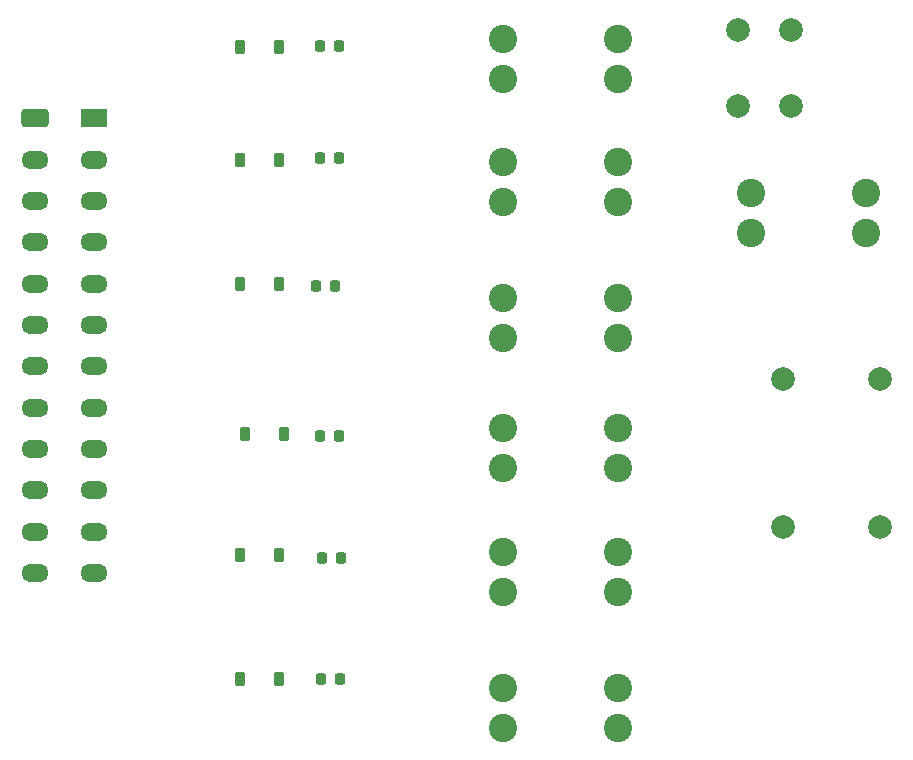
<source format=gbr>
%TF.GenerationSoftware,KiCad,Pcbnew,9.0.5*%
%TF.CreationDate,2026-02-20T11:52:18+01:00*%
%TF.ProjectId,Pekaway_rework,50656b61-7761-4795-9f72-65776f726b2e,rev?*%
%TF.SameCoordinates,Original*%
%TF.FileFunction,Soldermask,Top*%
%TF.FilePolarity,Negative*%
%FSLAX46Y46*%
G04 Gerber Fmt 4.6, Leading zero omitted, Abs format (unit mm)*
G04 Created by KiCad (PCBNEW 9.0.5) date 2026-02-20 11:52:18*
%MOMM*%
%LPD*%
G01*
G04 APERTURE LIST*
G04 Aperture macros list*
%AMRoundRect*
0 Rectangle with rounded corners*
0 $1 Rounding radius*
0 $2 $3 $4 $5 $6 $7 $8 $9 X,Y pos of 4 corners*
0 Add a 4 corners polygon primitive as box body*
4,1,4,$2,$3,$4,$5,$6,$7,$8,$9,$2,$3,0*
0 Add four circle primitives for the rounded corners*
1,1,$1+$1,$2,$3*
1,1,$1+$1,$4,$5*
1,1,$1+$1,$6,$7*
1,1,$1+$1,$8,$9*
0 Add four rect primitives between the rounded corners*
20,1,$1+$1,$2,$3,$4,$5,0*
20,1,$1+$1,$4,$5,$6,$7,0*
20,1,$1+$1,$6,$7,$8,$9,0*
20,1,$1+$1,$8,$9,$2,$3,0*%
G04 Aperture macros list end*
%ADD10C,2.000000*%
%ADD11RoundRect,0.225000X-0.225000X-0.375000X0.225000X-0.375000X0.225000X0.375000X-0.225000X0.375000X0*%
%ADD12RoundRect,0.218750X0.218750X0.256250X-0.218750X0.256250X-0.218750X-0.256250X0.218750X-0.256250X0*%
%ADD13C,2.400000*%
%ADD14R,2.300000X1.500000*%
%ADD15RoundRect,0.250001X-0.899999X0.499999X-0.899999X-0.499999X0.899999X-0.499999X0.899999X0.499999X0*%
%ADD16O,2.300000X1.500000*%
G04 APERTURE END LIST*
D10*
%TO.C,J3*%
X179800000Y-88083400D03*
X187999999Y-88083400D03*
%TD*%
D11*
%TO.C,D3*%
X133850000Y-67500000D03*
X137150000Y-67500000D03*
%TD*%
D12*
%TO.C,D9*%
X141852500Y-67700000D03*
X140277500Y-67700000D03*
%TD*%
D11*
%TO.C,D1*%
X133850000Y-47500000D03*
X137150000Y-47500000D03*
%TD*%
%TO.C,D2*%
X133850000Y-57000000D03*
X137150000Y-57000000D03*
%TD*%
D13*
%TO.C,F4*%
X156065000Y-79700000D03*
X156065000Y-83100000D03*
X165795000Y-79700000D03*
X165795000Y-83100000D03*
%TD*%
%TO.C,F2*%
X156065000Y-57200000D03*
X156065000Y-60600000D03*
X165795000Y-57200000D03*
X165795000Y-60600000D03*
%TD*%
D12*
%TO.C,D10*%
X142217500Y-80400000D03*
X140642500Y-80400000D03*
%TD*%
%TO.C,D12*%
X142287500Y-101000000D03*
X140712500Y-101000000D03*
%TD*%
D13*
%TO.C,F1*%
X156135000Y-46800000D03*
X156135000Y-50200000D03*
X165865000Y-46800000D03*
X165865000Y-50200000D03*
%TD*%
D10*
%TO.C,SW1*%
X180500000Y-46000000D03*
X180500000Y-52500000D03*
X176000000Y-46000000D03*
X176000000Y-52500000D03*
%TD*%
D13*
%TO.C,F3*%
X156065000Y-68700000D03*
X156065000Y-72100000D03*
X165795000Y-68700000D03*
X165795000Y-72100000D03*
%TD*%
D11*
%TO.C,D5*%
X133850000Y-90500000D03*
X137150000Y-90500000D03*
%TD*%
D13*
%TO.C,F7*%
X177135000Y-59800000D03*
X177135000Y-63200000D03*
X186865000Y-59800000D03*
X186865000Y-63200000D03*
%TD*%
D11*
%TO.C,D6*%
X133850000Y-101000000D03*
X137150000Y-101000000D03*
%TD*%
D13*
%TO.C,F5*%
X156065000Y-90200000D03*
X156065000Y-93600000D03*
X165795000Y-90200000D03*
X165795000Y-93600000D03*
%TD*%
D14*
%TO.C,J5*%
X121500000Y-53500000D03*
D15*
X116500000Y-53500000D03*
D16*
X121500000Y-57000000D03*
X116500000Y-57000000D03*
X121500000Y-60500000D03*
X116500000Y-60500000D03*
X121500000Y-64000000D03*
X116500000Y-64000000D03*
X121500000Y-67500000D03*
X116500000Y-67500000D03*
X121500000Y-71000000D03*
X116500000Y-71000000D03*
X121500000Y-74500000D03*
X116500000Y-74500000D03*
X121500000Y-78000000D03*
X116500000Y-78000000D03*
X121500000Y-81500000D03*
X116500000Y-81500000D03*
X121500000Y-85000000D03*
X116500000Y-85000000D03*
X121500000Y-88500000D03*
X116500000Y-88500000D03*
X121500000Y-92000000D03*
X116500000Y-92000000D03*
%TD*%
D12*
%TO.C,D8*%
X142217500Y-56900000D03*
X140642500Y-56900000D03*
%TD*%
D10*
%TO.C,J4*%
X179800000Y-75583400D03*
X187999999Y-75583400D03*
%TD*%
D11*
%TO.C,D4*%
X134215000Y-80200000D03*
X137515000Y-80200000D03*
%TD*%
D13*
%TO.C,F6*%
X156065000Y-101700000D03*
X156065000Y-105100000D03*
X165795000Y-101700000D03*
X165795000Y-105100000D03*
%TD*%
D12*
%TO.C,D11*%
X142352500Y-90700000D03*
X140777500Y-90700000D03*
%TD*%
%TO.C,D7*%
X142217500Y-47400000D03*
X140642500Y-47400000D03*
%TD*%
M02*

</source>
